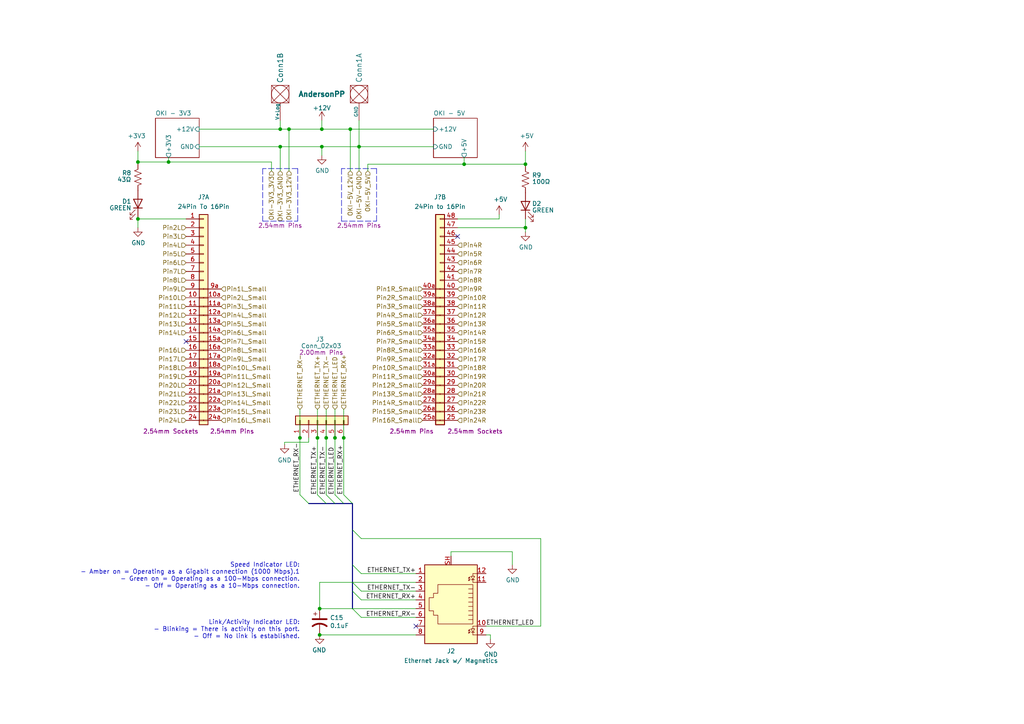
<source format=kicad_sch>
(kicad_sch (version 20211123) (generator eeschema)
  (paper "A4")
  (lib_symbols
    (symbol "Connector:8P8C_LED_Shielded" (pin_names (offset 1.016))
      (property "Reference" "J" (at -5.08 13.97 0))
      (property "Value" "8P8C_LED_Shielded" (at 1.27 13.97 0))
      (symbol "8P8C_LED_Shielded_0_1"
        (polyline (pts (xy -7.62 -7.62) (xy -6.35 -7.62)))
        (polyline (pts (xy -7.62 -5.08) (xy -6.35 -5.08)))
        (polyline (pts (xy -7.62 7.62) (xy -6.35 7.62)))
        (polyline (pts (xy -7.62 10.16) (xy -6.35 10.16)))
        (polyline (pts (xy -6.858 -5.842) (xy -5.842 -5.842)))
        (polyline (pts (xy -6.858 9.398) (xy -5.842 9.398)))
        (polyline (pts (xy -6.35 -7.62) (xy -6.35 -6.858)))
        (polyline (pts (xy -6.35 -5.08) (xy -6.35 -5.842)))
        (polyline (pts (xy -6.35 7.62) (xy -6.35 8.382)))
        (polyline (pts (xy -6.35 10.16) (xy -6.35 9.398)))
        (polyline (pts (xy -5.08 -6.223) (xy -5.207 -6.604)))
        (polyline (pts (xy -5.08 -5.588) (xy -5.207 -5.969)))
        (polyline (pts (xy -5.08 4.445) (xy -6.35 4.445)))
        (polyline (pts (xy -5.08 5.715) (xy -6.35 5.715)))
        (polyline (pts (xy -5.08 9.017) (xy -5.207 8.636)))
        (polyline (pts (xy -5.08 9.652) (xy -5.207 9.271)))
        (polyline (pts (xy -6.35 -3.175) (xy -5.08 -3.175) (xy -5.08 -3.175)))
        (polyline (pts (xy -6.35 -1.905) (xy -5.08 -1.905) (xy -5.08 -1.905)))
        (polyline (pts (xy -6.35 -0.635) (xy -5.08 -0.635) (xy -5.08 -0.635)))
        (polyline (pts (xy -6.35 0.635) (xy -5.08 0.635) (xy -5.08 0.635)))
        (polyline (pts (xy -6.35 1.905) (xy -5.08 1.905) (xy -5.08 1.905)))
        (polyline (pts (xy -5.588 -6.731) (xy -5.08 -6.223) (xy -5.461 -6.35)))
        (polyline (pts (xy -5.588 -6.096) (xy -5.08 -5.588) (xy -5.461 -5.715)))
        (polyline (pts (xy -5.588 8.509) (xy -5.08 9.017) (xy -5.461 8.89)))
        (polyline (pts (xy -5.588 9.144) (xy -5.08 9.652) (xy -5.461 9.525)))
        (polyline (pts (xy -5.08 3.175) (xy -6.35 3.175) (xy -6.35 3.175)))
        (polyline (pts (xy -6.35 -5.842) (xy -6.858 -6.858) (xy -5.842 -6.858) (xy -6.35 -5.842)))
        (polyline (pts (xy -6.35 9.398) (xy -6.858 8.382) (xy -5.842 8.382) (xy -6.35 9.398)))
        (polyline (pts (xy -6.35 -4.445) (xy -6.35 6.985) (xy 3.81 6.985) (xy 3.81 4.445) (xy 5.08 4.445) (xy 5.08 3.175) (xy 6.35 3.175) (xy 6.35 -0.635) (xy 5.08 -0.635) (xy 5.08 -1.905) (xy 3.81 -1.905) (xy 3.81 -4.445) (xy -6.35 -4.445) (xy -6.35 -4.445)))
        (rectangle (start 7.62 12.7) (end -7.62 -10.16) (stroke (width 0.254)) (fill (type background)))
      )
      (symbol "8P8C_LED_Shielded_1_1"
        (pin passive line (at 10.16 -7.62 180) (length 2.54) (name "~") (number "1"))
        (pin passive line (at -10.16 7.62 0) (length 2.54) (name "~") (number "10"))
        (pin passive line (at -10.16 -5.08 0) (length 2.54) (name "~") (number "11"))
        (pin passive line (at -10.16 -7.62 0) (length 2.54) (name "~") (number "12"))
        (pin passive line (at 10.16 -5.08 180) (length 2.54) (name "~") (number "2"))
        (pin passive line (at 10.16 -2.54 180) (length 2.54) (name "~") (number "3"))
        (pin passive line (at 10.16 0 180) (length 2.54) (name "~") (number "4"))
        (pin passive line (at 10.16 2.54 180) (length 2.54) (name "~") (number "5"))
        (pin passive line (at 10.16 5.08 180) (length 2.54) (name "~") (number "6"))
        (pin passive line (at 10.16 7.62 180) (length 2.54) (name "~") (number "7"))
        (pin passive line (at 10.16 10.16 180) (length 2.54) (name "~") (number "8"))
        (pin passive line (at -10.16 10.16 0) (length 2.54) (name "~") (number "9"))
        (pin passive line (at 0 -12.7 90) (length 2.54) (name "~") (number "SH"))
      )
    )
    (symbol "Connector_Generic:Conn_01x06" (pin_names (offset 1.016) hide)
      (property "Reference" "J" (at 0 7.62 0))
      (property "Value" "Conn_01x06" (at 0 -10.16 0))
      (symbol "Conn_01x06_1_1"
        (rectangle (start -1.27 -7.493) (end 0 -7.747) (stroke (width 0.1524)))
        (rectangle (start -1.27 -4.953) (end 0 -5.207) (stroke (width 0.1524)))
        (rectangle (start -1.27 -2.413) (end 0 -2.667) (stroke (width 0.1524)))
        (rectangle (start -1.27 0.127) (end 0 -0.127) (stroke (width 0.1524)))
        (rectangle (start -1.27 2.667) (end 0 2.413) (stroke (width 0.1524)))
        (rectangle (start -1.27 5.207) (end 0 4.953) (stroke (width 0.1524)))
        (rectangle (start -1.27 6.35) (end 1.27 -8.89) (stroke (width 0.254)) (fill (type background)))
        (pin passive line (at -5.08 5.08 0) (length 3.81) (name "Pin_1") (number "1"))
        (pin passive line (at -5.08 2.54 0) (length 3.81) (name "Pin_2") (number "2"))
        (pin passive line (at -5.08 0 0) (length 3.81) (name "Pin_3") (number "3"))
        (pin passive line (at -5.08 -2.54 0) (length 3.81) (name "Pin_4") (number "4"))
        (pin passive line (at -5.08 -5.08 0) (length 3.81) (name "Pin_5") (number "5"))
        (pin passive line (at -5.08 -7.62 0) (length 3.81) (name "Pin_6") (number "6"))
      )
    )
    (symbol "Device:C_Polarized_US" (pin_numbers hide) (pin_names (offset 0.254) hide)
      (property "Reference" "C" (at 0.635 2.54 0))
      (property "Value" "C_Polarized_US" (at 0.635 -2.54 0))
      (symbol "C_Polarized_US_0_1"
        (polyline (pts (xy -2.032 0.762) (xy 2.032 0.762)) (stroke (width 0.508)))
        (polyline (pts (xy -1.778 2.286) (xy -0.762 2.286)))
        (polyline (pts (xy -1.27 1.778) (xy -1.27 2.794)))
        (arc (start 2.032 -1.27) (mid 0 -0.5572) (end -2.032 -1.27) (stroke (width 0.508)))
      )
      (symbol "C_Polarized_US_1_1"
        (pin passive line (at 0 3.81 270) (length 2.794) (name "~") (number "1"))
        (pin passive line (at 0 -3.81 90) (length 3.302) (name "~") (number "2"))
      )
    )
    (symbol "Device:LED" (pin_numbers hide) (pin_names (offset 1.016) hide)
      (property "Reference" "D" (at 0 2.54 0))
      (property "Value" "LED" (at 0 -2.54 0))
      (symbol "LED_0_1"
        (polyline (pts (xy -1.27 -1.27) (xy -1.27 1.27)) (stroke (width 0.254)))
        (polyline (pts (xy -1.27 0) (xy 1.27 0)))
        (polyline (pts (xy 1.27 -1.27) (xy 1.27 1.27) (xy -1.27 0) (xy 1.27 -1.27)) (stroke (width 0.254)))
        (polyline (pts (xy -3.048 -0.762) (xy -4.572 -2.286) (xy -3.81 -2.286) (xy -4.572 -2.286) (xy -4.572 -1.524)))
        (polyline (pts (xy -1.778 -0.762) (xy -3.302 -2.286) (xy -2.54 -2.286) (xy -3.302 -2.286) (xy -3.302 -1.524)))
      )
      (symbol "LED_1_1"
        (pin passive line (at -3.81 0 0) (length 2.54) (name "K") (number "1"))
        (pin passive line (at 3.81 0 180) (length 2.54) (name "A") (number "2"))
      )
    )
    (symbol "Device:R_US" (pin_numbers hide) (pin_names (offset 0))
      (property "Reference" "R" (at 2.54 0 90))
      (property "Value" "R_US" (at -2.54 0 90))
      (symbol "R_US_0_1"
        (polyline (pts (xy 0 -2.286) (xy 0 -2.54)))
        (polyline (pts (xy 0 2.286) (xy 0 2.54)))
        (polyline (pts (xy 0 -0.762) (xy 1.016 -1.143) (xy 0 -1.524) (xy -1.016 -1.905) (xy 0 -2.286)))
        (polyline (pts (xy 0 0.762) (xy 1.016 0.381) (xy 0 0) (xy -1.016 -0.381) (xy 0 -0.762)))
        (polyline (pts (xy 0 2.286) (xy 1.016 1.905) (xy 0 1.524) (xy -1.016 1.143) (xy 0 0.762)))
      )
      (symbol "R_US_1_1"
        (pin passive line (at 0 3.81 270) (length 1.27) (name "~") (number "1"))
        (pin passive line (at 0 -3.81 90) (length 1.27) (name "~") (number "2"))
      )
    )
    (symbol "MRDT_Connectors:AndersonPP" (pin_numbers hide) (pin_names (offset 0))
      (property "Reference" "Conn" (at 3.81 -1.27 0))
      (property "Value" "AndersonPP" (at 2.54 6.35 0))
      (symbol "AndersonPP_0_1"
        (polyline (pts (xy 0 5.08) (xy 5.08 0)))
        (polyline (pts (xy 5.08 5.08) (xy 0 0)))
        (rectangle (start 0 0) (end 5.08 5.08))
        (circle (center 2.54 2.54) (radius 2.54))
      )
      (symbol "AndersonPP_1_1"
        (pin input line (at 10.16 2.54 180) (length 5.08) (name "GND") (number "1"))
      )
      (symbol "AndersonPP_2_1"
        (pin input line (at 10.16 2.54 180) (length 5.08) (name "V+Log") (number "2"))
      )
      (symbol "AndersonPP_3_1"
        (pin input line (at 10.16 2.54 180) (length 5.08) (name "V+Act") (number "3"))
      )
      (symbol "AndersonPP_4_1"
        (pin input line (at 10.16 2.54 180) (length 5.08) (name "PV+") (number "4"))
      )
      (symbol "AndersonPP_5_1"
        (pin input line (at 10.16 2.54 180) (length 5.08) (name "~") (number "1"))
      )
    )
    (symbol "Nav_Board:24Pin_To_16Pin_2.54mm_Separate_Pins_Alt"
      (property "Reference" "J" (at 0 8.89 0))
      (property "Value" "24Pin_To_16Pin_2.54mm_Separate_Pins_Alt" (at 0 5.715 0))
      (symbol "24Pin_To_16Pin_2.54mm_Separate_Pins_Alt_1_1"
        (rectangle (start -1.27 -59.563) (end 0 -59.817) (stroke (width 0.1524)))
        (rectangle (start -1.27 -57.023) (end 0 -57.277) (stroke (width 0.1524)))
        (rectangle (start -1.27 -54.483) (end 0 -54.737) (stroke (width 0.1524)))
        (rectangle (start -1.27 -51.943) (end 0 -52.197) (stroke (width 0.1524)))
        (rectangle (start -1.27 -49.403) (end 0 -49.657) (stroke (width 0.1524)))
        (rectangle (start -1.27 -46.863) (end 0 -47.117) (stroke (width 0.1524)))
        (rectangle (start -1.27 -44.323) (end 0 -44.577) (stroke (width 0.1524)))
        (rectangle (start -1.27 -41.783) (end 0 -42.037) (stroke (width 0.1524)))
        (rectangle (start -1.27 -39.243) (end 0 -39.497) (stroke (width 0.1524)))
        (rectangle (start -1.27 -36.703) (end 0 -36.957) (stroke (width 0.1524)))
        (rectangle (start -1.27 -34.163) (end 0 -34.417) (stroke (width 0.1524)))
        (rectangle (start -1.27 -31.623) (end 0 -31.877) (stroke (width 0.1524)))
        (rectangle (start -1.27 -29.083) (end 0 -29.337) (stroke (width 0.1524)))
        (rectangle (start -1.27 -26.543) (end 0 -26.797) (stroke (width 0.1524)))
        (rectangle (start -1.27 -24.003) (end 0 -24.257) (stroke (width 0.1524)))
        (rectangle (start -1.27 -21.463) (end 0 -21.717) (stroke (width 0.1524)))
        (rectangle (start -1.27 -18.923) (end 0 -19.177) (stroke (width 0.1524)))
        (rectangle (start -1.27 -16.383) (end 0 -16.637) (stroke (width 0.1524)))
        (rectangle (start -1.27 -13.843) (end 0 -14.097) (stroke (width 0.1524)))
        (rectangle (start -1.27 -11.303) (end 0 -11.557) (stroke (width 0.1524)))
        (rectangle (start -1.27 -8.763) (end 0 -9.017) (stroke (width 0.1524)))
        (rectangle (start -1.27 -6.223) (end 0 -6.477) (stroke (width 0.1524)))
        (rectangle (start -1.27 -3.683) (end 0 -3.937) (stroke (width 0.1524)))
        (rectangle (start -1.27 -1.143) (end 0 -1.397) (stroke (width 0.1524)))
        (rectangle (start -1.27 0) (end 1.27 -60.96) (stroke (width 0.254)) (fill (type background)))
        (rectangle (start 0 -59.817) (end 1.27 -59.563) (stroke (width 0.1524)))
        (rectangle (start 0 -57.277) (end 1.27 -57.023) (stroke (width 0.1524)))
        (rectangle (start 0 -54.737) (end 1.27 -54.483) (stroke (width 0.1524)))
        (rectangle (start 0 -52.197) (end 1.27 -51.943) (stroke (width 0.1524)))
        (rectangle (start 0 -49.657) (end 1.27 -49.403) (stroke (width 0.1524)))
        (rectangle (start 0 -47.117) (end 1.27 -46.863) (stroke (width 0.1524)))
        (rectangle (start 0 -44.577) (end 1.27 -44.323) (stroke (width 0.1524)))
        (rectangle (start 0 -42.037) (end 1.27 -41.783) (stroke (width 0.1524)))
        (rectangle (start 0 -39.497) (end 1.27 -39.243) (stroke (width 0.1524)))
        (rectangle (start 0 -36.957) (end 1.27 -36.703) (stroke (width 0.1524)))
        (rectangle (start 0 -34.417) (end 1.27 -34.163) (stroke (width 0.1524)))
        (rectangle (start 0 -31.877) (end 1.27 -31.623) (stroke (width 0.1524)))
        (rectangle (start 0 -29.337) (end 1.27 -29.083) (stroke (width 0.1524)))
        (rectangle (start 0 -26.797) (end 1.27 -26.543) (stroke (width 0.1524)))
        (rectangle (start 0 -24.257) (end 1.27 -24.003) (stroke (width 0.1524)))
        (rectangle (start 0 -21.717) (end 1.27 -21.463) (stroke (width 0.1524)))
        (pin passive line (at -5.08 -1.27 0) (length 3.81) (name "") (number "1"))
        (pin passive line (at -5.08 -24.13 0) (length 3.81) (name "") (number "10"))
        (pin passive line (at 5.08 -24.13 180) (length 3.81) (name "") (number "10a"))
        (pin passive line (at -5.08 -26.67 0) (length 3.81) (name "") (number "11"))
        (pin passive line (at 5.08 -26.67 180) (length 3.81) (name "") (number "11a"))
        (pin passive line (at -5.08 -29.21 0) (length 3.81) (name "") (number "12"))
        (pin passive line (at 5.08 -29.21 180) (length 3.81) (name "") (number "12a"))
        (pin passive line (at -5.08 -31.75 0) (length 3.81) (name "") (number "13"))
        (pin passive line (at 5.08 -31.75 180) (length 3.81) (name "") (number "13a"))
        (pin passive line (at -5.08 -34.29 0) (length 3.81) (name "") (number "14"))
        (pin passive line (at 5.08 -34.29 180) (length 3.81) (name "") (number "14a"))
        (pin passive line (at -5.08 -36.83 0) (length 3.81) (name "") (number "15"))
        (pin passive line (at 5.08 -36.83 180) (length 3.81) (name "") (number "15a"))
        (pin passive line (at -5.08 -39.37 0) (length 3.81) (name "") (number "16"))
        (pin passive line (at 5.08 -39.37 180) (length 3.81) (name "") (number "16a"))
        (pin passive line (at -5.08 -41.91 0) (length 3.81) (name "") (number "17"))
        (pin passive line (at 5.08 -41.91 180) (length 3.81) (name "") (number "17a"))
        (pin passive line (at -5.08 -44.45 0) (length 3.81) (name "") (number "18"))
        (pin passive line (at 5.08 -44.45 180) (length 3.81) (name "") (number "18a"))
        (pin passive line (at -5.08 -46.99 0) (length 3.81) (name "") (number "19"))
        (pin passive line (at 5.08 -46.99 180) (length 3.81) (name "") (number "19a"))
        (pin passive line (at -5.08 -3.81 0) (length 3.81) (name "") (number "2"))
        (pin passive line (at -5.08 -49.53 0) (length 3.81) (name "") (number "20"))
        (pin passive line (at 5.08 -49.53 180) (length 3.81) (name "") (number "20a"))
        (pin passive line (at -5.08 -52.07 0) (length 3.81) (name "") (number "21"))
        (pin passive line (at 5.08 -52.07 180) (length 3.81) (name "") (number "21a"))
        (pin passive line (at -5.08 -54.61 0) (length 3.81) (name "") (number "22"))
        (pin passive line (at 5.08 -54.61 180) (length 3.81) (name "") (number "22a"))
        (pin passive line (at -5.08 -57.15 0) (length 3.81) (name "") (number "23"))
        (pin passive line (at 5.08 -57.15 180) (length 3.81) (name "") (number "23a"))
        (pin passive line (at -5.08 -59.69 0) (length 3.81) (name "") (number "24"))
        (pin passive line (at 5.08 -59.69 180) (length 3.81) (name "") (number "24a"))
        (pin passive line (at -5.08 -6.35 0) (length 3.81) (name "") (number "3"))
        (pin passive line (at -5.08 -8.89 0) (length 3.81) (name "") (number "4"))
        (pin passive line (at -5.08 -11.43 0) (length 3.81) (name "") (number "5"))
        (pin passive line (at -5.08 -13.97 0) (length 3.81) (name "") (number "6"))
        (pin passive line (at -5.08 -16.51 0) (length 3.81) (name "") (number "7"))
        (pin passive line (at -5.08 -19.05 0) (length 3.81) (name "") (number "8"))
        (pin passive line (at -5.08 -21.59 0) (length 3.81) (name "") (number "9"))
        (pin passive line (at 5.08 -21.59 180) (length 3.81) (name "") (number "9a"))
      )
      (symbol "24Pin_To_16Pin_2.54mm_Separate_Pins_Alt_2_1"
        (rectangle (start -1.27 -60.96) (end 1.27 0) (stroke (width 0.254)) (fill (type background)))
        (rectangle (start -1.27 -59.563) (end 0 -59.817) (stroke (width 0.1524)))
        (rectangle (start -1.27 -57.023) (end 0 -57.277) (stroke (width 0.1524)))
        (rectangle (start -1.27 -54.483) (end 0 -54.737) (stroke (width 0.1524)))
        (rectangle (start -1.27 -51.943) (end 0 -52.197) (stroke (width 0.1524)))
        (rectangle (start -1.27 -49.403) (end 0 -49.657) (stroke (width 0.1524)))
        (rectangle (start -1.27 -46.863) (end 0 -47.117) (stroke (width 0.1524)))
        (rectangle (start -1.27 -44.323) (end 0 -44.577) (stroke (width 0.1524)))
        (rectangle (start -1.27 -41.783) (end 0 -42.037) (stroke (width 0.1524)))
        (rectangle (start -1.27 -39.243) (end 0 -39.497) (stroke (width 0.1524)))
        (rectangle (start -1.27 -36.703) (end 0 -36.957) (stroke (width 0.1524)))
        (rectangle (start -1.27 -34.163) (end 0 -34.417) (stroke (width 0.1524)))
        (rectangle (start -1.27 -31.623) (end 0 -31.877) (stroke (width 0.1524)))
        (rectangle (start -1.27 -29.083) (end 0 -29.337) (stroke (width 0.1524)))
        (rectangle (start -1.27 -26.543) (end 0 -26.797) (stroke (width 0.1524)))
        (rectangle (start -1.27 -24.003) (end 0 -24.257) (stroke (width 0.1524)))
        (rectangle (start -1.27 -21.463) (end 0 -21.717) (stroke (width 0.1524)))
        (rectangle (start -1.27 -18.923) (end 0 -19.177) (stroke (width 0.1524)))
        (rectangle (start -1.27 -16.383) (end 0 -16.637) (stroke (width 0.1524)))
        (rectangle (start -1.27 -13.843) (end 0 -14.097) (stroke (width 0.1524)))
        (rectangle (start -1.27 -11.303) (end 0 -11.557) (stroke (width 0.1524)))
        (rectangle (start -1.27 -8.763) (end 0 -9.017) (stroke (width 0.1524)))
        (rectangle (start -1.27 -6.223) (end 0 -6.477) (stroke (width 0.1524)))
        (rectangle (start -1.27 -3.683) (end 0 -3.937) (stroke (width 0.1524)))
        (rectangle (start -1.27 -1.143) (end 0 -1.397) (stroke (width 0.1524)))
        (rectangle (start -1.27 0) (end 1.27 -60.96) (stroke (width 0.254)) (fill (type background)))
        (rectangle (start 0 -59.817) (end 1.27 -59.563) (stroke (width 0.1524)))
        (rectangle (start 0 -57.277) (end 1.27 -57.023) (stroke (width 0.1524)))
        (rectangle (start 0 -54.737) (end 1.27 -54.483) (stroke (width 0.1524)))
        (rectangle (start 0 -52.197) (end 1.27 -51.943) (stroke (width 0.1524)))
        (rectangle (start 0 -49.657) (end 1.27 -49.403) (stroke (width 0.1524)))
        (rectangle (start 0 -47.117) (end 1.27 -46.863) (stroke (width 0.1524)))
        (rectangle (start 0 -44.577) (end 1.27 -44.323) (stroke (width 0.1524)))
        (rectangle (start 0 -42.037) (end 1.27 -41.783) (stroke (width 0.1524)))
        (rectangle (start 0 -39.497) (end 1.27 -39.243) (stroke (width 0.1524)))
        (rectangle (start 0 -36.957) (end 1.27 -36.703) (stroke (width 0.1524)))
        (rectangle (start 0 -34.417) (end 1.27 -34.163) (stroke (width 0.1524)))
        (rectangle (start 0 -31.877) (end 1.27 -31.623) (stroke (width 0.1524)))
        (rectangle (start 0 -29.337) (end 1.27 -29.083) (stroke (width 0.1524)))
        (rectangle (start 0 -26.797) (end 1.27 -26.543) (stroke (width 0.1524)))
        (rectangle (start 0 -24.257) (end 1.27 -24.003) (stroke (width 0.1524)))
        (rectangle (start 0 -21.717) (end 1.27 -21.463) (stroke (width 0.1524)))
        (pin passive line (at -5.08 -59.69 0) (length 3.81) (name "") (number "25"))
        (pin passive line (at 5.08 -59.69 180) (length 3.81) (name "") (number "25a"))
        (pin passive line (at -5.08 -57.15 0) (length 3.81) (name "") (number "26"))
        (pin passive line (at 5.08 -57.15 180) (length 3.81) (name "") (number "26a"))
        (pin passive line (at -5.08 -54.61 0) (length 3.81) (name "") (number "27"))
        (pin passive line (at 5.08 -54.61 180) (length 3.81) (name "") (number "27a"))
        (pin passive line (at -5.08 -52.07 0) (length 3.81) (name "") (number "28"))
        (pin passive line (at 5.08 -52.07 180) (length 3.81) (name "") (number "28a"))
        (pin passive line (at -5.08 -49.53 0) (length 3.81) (name "") (number "29"))
        (pin passive line (at 5.08 -49.53 180) (length 3.81) (name "") (number "29a"))
        (pin passive line (at -5.08 -46.99 0) (length 3.81) (name "") (number "30"))
        (pin passive line (at 5.08 -46.99 180) (length 3.81) (name "") (number "30a"))
        (pin passive line (at -5.08 -44.45 0) (length 3.81) (name "") (number "31"))
        (pin passive line (at 5.08 -44.45 180) (length 3.81) (name "") (number "31a"))
        (pin passive line (at -5.08 -41.91 0) (length 3.81) (name "") (number "32"))
        (pin passive line (at 5.08 -41.91 180) (length 3.81) (name "") (number "32a"))
        (pin passive line (at -5.08 -39.37 0) (length 3.81) (name "") (number "33"))
        (pin passive line (at 5.08 -39.37 180) (length 3.81) (name "") (number "33a"))
        (pin passive line (at -5.08 -36.83 0) (length 3.81) (name "") (number "34"))
        (pin passive line (at 5.08 -36.83 180) (length 3.81) (name "") (number "34a"))
        (pin passive line (at -5.08 -34.29 0) (length 3.81) (name "") (number "35"))
        (pin passive line (at 5.08 -34.29 180) (length 3.81) (name "") (number "35a"))
        (pin passive line (at -5.08 -31.75 0) (length 3.81) (name "") (number "36"))
        (pin passive line (at 5.08 -31.75 180) (length 3.81) (name "") (number "36a"))
        (pin passive line (at -5.08 -29.21 0) (length 3.81) (name "") (number "37"))
        (pin passive line (at 5.08 -29.21 180) (length 3.81) (name "") (number "37a"))
        (pin passive line (at -5.08 -26.67 0) (length 3.81) (name "") (number "38"))
        (pin passive line (at 5.08 -26.67 180) (length 3.81) (name "") (number "38a"))
        (pin passive line (at -5.08 -24.13 0) (length 3.81) (name "") (number "39"))
        (pin passive line (at 5.08 -24.13 180) (length 3.81) (name "") (number "39a"))
        (pin passive line (at -5.08 -21.59 0) (length 3.81) (name "") (number "40"))
        (pin passive line (at 5.08 -21.59 180) (length 3.81) (name "") (number "40a"))
        (pin passive line (at -5.08 -19.05 0) (length 3.81) (name "") (number "41"))
        (pin passive line (at -5.08 -16.51 0) (length 3.81) (name "") (number "42"))
        (pin passive line (at -5.08 -13.97 0) (length 3.81) (name "") (number "43"))
        (pin passive line (at -5.08 -11.43 0) (length 3.81) (name "") (number "44"))
        (pin passive line (at -5.08 -8.89 0) (length 3.81) (name "") (number "45"))
        (pin passive line (at -5.08 -6.35 0) (length 3.81) (name "") (number "46"))
        (pin passive line (at -5.08 -3.81 0) (length 3.81) (name "") (number "47"))
        (pin passive line (at -5.08 -1.27 0) (length 3.81) (name "") (number "48"))
      )
    )
    (symbol "power:+12V" (power) (pin_names (offset 0))
      (property "Value" "+12V" (at 0 3.556 0))
      (symbol "+12V_0_1"
        (polyline (pts (xy -0.762 1.27) (xy 0 2.54)))
        (polyline (pts (xy 0 0) (xy 0 2.54)))
        (polyline (pts (xy 0 2.54) (xy 0.762 1.27)))
      )
      (symbol "+12V_1_1"
        (pin power_in line (at 0 0 90) (length 0) hide (name "+12V") (number "1"))
      )
    )
    (symbol "power:+3V3" (power) (pin_names (offset 0))
      (property "Value" "+3V3" (at 0 3.556 0))
      (symbol "+3V3_0_1"
        (polyline (pts (xy -0.762 1.27) (xy 0 2.54)))
        (polyline (pts (xy 0 0) (xy 0 2.54)))
        (polyline (pts (xy 0 2.54) (xy 0.762 1.27)))
      )
      (symbol "+3V3_1_1"
        (pin power_in line (at 0 0 90) (length 0) hide (name "+3V3") (number "1"))
      )
    )
    (symbol "power:+5V" (power) (pin_names (offset 0))
      (property "Value" "+5V" (at 0 3.556 0))
      (symbol "+5V_0_1"
        (polyline (pts (xy -0.762 1.27) (xy 0 2.54)))
        (polyline (pts (xy 0 0) (xy 0 2.54)))
        (polyline (pts (xy 0 2.54) (xy 0.762 1.27)))
      )
      (symbol "+5V_1_1"
        (pin power_in line (at 0 0 90) (length 0) hide (name "+5V") (number "1"))
      )
    )
    (symbol "power:GND" (power) (pin_names (offset 0))
      (property "Value" "GND" (at 0 -3.81 0))
      (symbol "GND_0_1"
        (polyline (pts (xy 0 0) (xy 0 -1.27) (xy 1.27 -1.27) (xy 0 -2.54) (xy -1.27 -1.27) (xy 0 -1.27)))
      )
      (symbol "GND_1_1"
        (pin power_in line (at 0 0 270) (length 0) hide (name "GND") (number "1"))
      )
    )
  )
  (junction (at 93.345 42.545))
  (junction (at 81.28 42.545))
  (junction (at 81.28 37.465))
  (junction (at 92.71 176.53))
  (junction (at 152.4 47.625))
  (junction (at 99.695 127))
  (junction (at 152.4 66.04))
  (junction (at 104.14 42.545))
  (junction (at 86.995 127))
  (junction (at 134.62 47.625))
  (junction (at 92.075 127))
  (junction (at 92.71 184.15))
  (junction (at 40.005 46.99))
  (junction (at 93.345 37.465))
  (junction (at 94.615 127))
  (junction (at 48.895 46.99))
  (junction (at 97.155 127))
  (junction (at 40.005 63.5))
  (junction (at 101.6 37.465))
  (junction (at 83.82 37.465))
  (no_connect (at 53.975 99.06))
  (no_connect (at 132.715 68.58))
  (no_connect (at 120.65 181.61))
  (bus_entry (at 102.235 163.83) (size 2.54 2.54))
  (bus_entry (at 102.235 168.91) (size 2.54 2.54))
  (bus_entry (at 102.235 171.45) (size 2.54 2.54))
  (bus_entry (at 102.235 153.67) (size 2.54 2.54))
  (bus_entry (at 102.235 176.53) (size 2.54 2.54))
  (bus_entry (at 92.075 143.51) (size 2.54 2.54))
  (bus_entry (at 97.155 143.51) (size 2.54 2.54))
  (bus_entry (at 94.615 143.51) (size 2.54 2.54))
  (bus_entry (at 99.695 143.51) (size 2.54 2.54))
  (bus_entry (at 86.995 143.51) (size 2.54 2.54))
  (bus (pts (xy 102.235 168.91) (xy 102.235 171.45)))
  (wire (pts (xy 86.995 127) (xy 86.995 143.51)))
  (wire (pts (xy 152.4 66.04) (xy 152.4 67.31)))
  (wire (pts (xy 104.775 171.45) (xy 120.65 171.45)))
  (wire (pts (xy 156.845 156.21) (xy 156.845 181.61)))
  (wire (pts (xy 81.28 49.53) (xy 81.28 42.545)))
  (wire (pts (xy 106.68 47.625) (xy 134.62 47.625)))
  (wire (pts (xy 92.71 184.15) (xy 120.65 184.15)))
  (wire (pts (xy 104.775 179.07) (xy 120.65 179.07)))
  (wire (pts (xy 152.4 47.625) (xy 152.4 48.26)))
  (bus (pts (xy 102.235 163.83) (xy 102.235 168.91)))
  (wire (pts (xy 40.005 43.815) (xy 40.005 46.99)))
  (wire (pts (xy 40.005 62.865) (xy 40.005 63.5)))
  (bus (pts (xy 97.155 146.05) (xy 99.695 146.05)))
  (wire (pts (xy 104.775 156.21) (xy 156.845 156.21)))
  (wire (pts (xy 97.155 118.745) (xy 97.155 127)))
  (wire (pts (xy 104.775 166.37) (xy 120.65 166.37)))
  (wire (pts (xy 81.28 34.925) (xy 81.28 37.465)))
  (polyline (pts (xy 76.2 64.135) (xy 86.36 64.135)))
  (wire (pts (xy 156.845 181.61) (xy 140.97 181.61)))
  (bus (pts (xy 89.535 146.05) (xy 94.615 146.05)))
  (wire (pts (xy 97.155 127) (xy 97.155 143.51)))
  (wire (pts (xy 92.075 118.745) (xy 92.075 127)))
  (polyline (pts (xy 109.22 48.895) (xy 99.06 48.895)))
  (wire (pts (xy 148.59 160.02) (xy 130.81 160.02)))
  (wire (pts (xy 142.24 184.15) (xy 140.97 184.15)))
  (wire (pts (xy 106.68 49.53) (xy 106.68 47.625)))
  (bus (pts (xy 94.615 146.05) (xy 97.155 146.05)))
  (wire (pts (xy 101.6 37.465) (xy 125.73 37.465)))
  (wire (pts (xy 40.005 46.99) (xy 40.005 47.625)))
  (wire (pts (xy 132.715 66.04) (xy 152.4 66.04)))
  (wire (pts (xy 40.005 63.5) (xy 53.975 63.5)))
  (wire (pts (xy 40.005 63.5) (xy 40.005 66.04)))
  (wire (pts (xy 93.345 45.085) (xy 93.345 42.545)))
  (wire (pts (xy 104.775 173.99) (xy 120.65 173.99)))
  (wire (pts (xy 148.59 163.83) (xy 148.59 160.02)))
  (wire (pts (xy 89.535 128.27) (xy 82.55 128.27)))
  (wire (pts (xy 57.785 37.465) (xy 81.28 37.465)))
  (wire (pts (xy 152.4 63.5) (xy 152.4 66.04)))
  (wire (pts (xy 81.28 42.545) (xy 93.345 42.545)))
  (wire (pts (xy 78.74 49.53) (xy 78.74 46.99)))
  (wire (pts (xy 134.62 45.72) (xy 134.62 47.625)))
  (polyline (pts (xy 109.22 64.135) (xy 109.22 48.895)))
  (wire (pts (xy 89.535 127) (xy 89.535 128.27)))
  (bus (pts (xy 102.235 176.53) (xy 102.235 171.45)))
  (wire (pts (xy 92.075 127) (xy 92.075 143.51)))
  (wire (pts (xy 94.615 127) (xy 94.615 143.51)))
  (wire (pts (xy 102.235 168.91) (xy 120.65 168.91)))
  (wire (pts (xy 40.005 46.99) (xy 48.895 46.99)))
  (polyline (pts (xy 99.06 48.895) (xy 99.06 64.135)))
  (wire (pts (xy 104.14 34.925) (xy 104.14 42.545)))
  (wire (pts (xy 93.345 42.545) (xy 104.14 42.545)))
  (wire (pts (xy 104.14 42.545) (xy 104.14 49.53)))
  (wire (pts (xy 83.82 37.465) (xy 93.345 37.465)))
  (wire (pts (xy 152.4 43.815) (xy 152.4 47.625)))
  (wire (pts (xy 144.78 62.23) (xy 144.78 63.5)))
  (wire (pts (xy 99.695 127) (xy 99.695 143.51)))
  (wire (pts (xy 144.78 63.5) (xy 132.715 63.5)))
  (wire (pts (xy 92.71 168.91) (xy 102.235 168.91)))
  (wire (pts (xy 81.28 37.465) (xy 83.82 37.465)))
  (wire (pts (xy 83.82 37.465) (xy 83.82 49.53)))
  (bus (pts (xy 99.695 146.05) (xy 102.235 146.05)))
  (polyline (pts (xy 76.2 48.895) (xy 76.2 64.135)))
  (wire (pts (xy 99.695 118.745) (xy 99.695 127)))
  (wire (pts (xy 92.71 176.53) (xy 92.71 168.91)))
  (wire (pts (xy 142.24 185.42) (xy 142.24 184.15)))
  (wire (pts (xy 93.345 37.465) (xy 101.6 37.465)))
  (wire (pts (xy 130.81 160.02) (xy 130.81 161.29)))
  (wire (pts (xy 82.55 128.27) (xy 82.55 128.905)))
  (wire (pts (xy 125.73 42.545) (xy 104.14 42.545)))
  (polyline (pts (xy 86.36 48.895) (xy 76.2 48.895)))
  (bus (pts (xy 102.235 153.67) (xy 102.235 163.83)))
  (wire (pts (xy 102.235 176.53) (xy 120.65 176.53)))
  (wire (pts (xy 94.615 118.745) (xy 94.615 127)))
  (wire (pts (xy 101.6 37.465) (xy 101.6 49.53)))
  (wire (pts (xy 92.71 176.53) (xy 102.235 176.53)))
  (bus (pts (xy 102.235 146.05) (xy 102.235 153.67)))
  (wire (pts (xy 78.74 46.99) (xy 48.895 46.99)))
  (wire (pts (xy 86.995 118.745) (xy 86.995 127)))
  (wire (pts (xy 134.62 47.625) (xy 152.4 47.625)))
  (polyline (pts (xy 99.06 64.135) (xy 109.22 64.135)))
  (wire (pts (xy 81.28 42.545) (xy 57.785 42.545)))
  (polyline (pts (xy 86.36 64.135) (xy 86.36 48.895)))
  (wire (pts (xy 93.345 34.925) (xy 93.345 37.465)))
  (wire (pts (xy 48.895 45.72) (xy 48.895 46.99)))
  (text "Speed Indicator LED:\n- Amber on = Operating as a Gigabit connection (1000 Mbps).1\n- Green on = Operating as a 100-Mbps connection.\n- Off = Operating as a 10-Mbps connection." (at 86.995 170.815 0) (effects (font (size 1.27 1.27)) (justify right bottom)))
  (text "Link/Activity Indicator LED:\n- Blinking = There is activity on this port.\n- Off = No link is established." (at 86.995 185.42 0) (effects (font (size 1.27 1.27)) (justify right bottom)))
  (label "ETHERNET_RX-" (at 120.65 179.07 180))
  (label "ETHERNET_TX-" (at 120.65 171.45 180))
  (label "ETHERNET_LED" (at 97.155 143.51 90))
  (label "ETHERNET_TX-" (at 94.615 143.51 90))
  (label "ETHERNET_TX+" (at 120.65 166.37 180))
  (label "ETHERNET_TX+" (at 92.075 143.51 90))
  (label "ETHERNET_LED" (at 140.97 181.61 0))
  (label "ETHERNET_RX-" (at 86.995 142.875 90))
  (label "ETHERNET_RX+" (at 99.695 143.51 90))
  (label "ETHERNET_RX+" (at 120.65 173.99 180))
  (hierarchical_label "Pin9R_Small" (shape input) (at 122.555 104.14 180))
  (hierarchical_label "Pin8R_Small" (shape input) (at 122.555 101.6 180))
  (hierarchical_label "Pin5L" (shape input) (at 53.975 73.66 180))
  (hierarchical_label "Pin15L_Small" (shape input) (at 64.135 119.38 0))
  (hierarchical_label "Pin16L" (shape input) (at 53.975 101.6 180))
  (hierarchical_label "Pin24L" (shape input) (at 53.975 121.92 180))
  (hierarchical_label "Pin18L" (shape input) (at 53.975 106.68 180))
  (hierarchical_label "Pin8L_Small" (shape input) (at 64.135 101.6 0))
  (hierarchical_label "Pin6L" (shape input) (at 53.975 76.2 180))
  (hierarchical_label "Pin9L_Small" (shape input) (at 64.135 104.14 0))
  (hierarchical_label "Pin7L_Small" (shape input) (at 64.135 99.06 0))
  (hierarchical_label "Pin13R_Small" (shape input) (at 122.555 114.3 180))
  (hierarchical_label "Pin1L_Small" (shape input) (at 64.135 83.82 0))
  (hierarchical_label "Pin16R" (shape input) (at 132.715 101.6 0))
  (hierarchical_label "Pin9R" (shape input) (at 132.715 83.82 0))
  (hierarchical_label "Pin7R_Small" (shape input) (at 122.555 99.06 180))
  (hierarchical_label "Pin16L_Small" (shape input) (at 64.135 121.92 0))
  (hierarchical_label "Pin13L" (shape input) (at 53.975 93.98 180))
  (hierarchical_label "Pin13R" (shape input) (at 132.715 93.98 0))
  (hierarchical_label "ETHERNET_TX+" (shape input) (at 92.075 118.745 90))
  (hierarchical_label "OKI-3V3_12V" (shape input) (at 83.82 49.53 270))
  (hierarchical_label "OKI-5V_5V" (shape input) (at 106.68 49.53 270))
  (hierarchical_label "Pin19L" (shape input) (at 53.975 109.22 180))
  (hierarchical_label "ETHERNET_RX+" (shape input) (at 99.695 118.745 90))
  (hierarchical_label "Pin12R_Small" (shape input) (at 122.555 111.76 180))
  (hierarchical_label "Pin23L" (shape input) (at 53.975 119.38 180))
  (hierarchical_label "Pin10L_Small" (shape input) (at 64.135 106.68 0))
  (hierarchical_label "Pin5R" (shape input) (at 132.715 73.66 0))
  (hierarchical_label "Pin11L_Small" (shape input) (at 64.135 109.22 0))
  (hierarchical_label "Pin18R" (shape input) (at 132.715 106.68 0))
  (hierarchical_label "Pin10R_Small" (shape input) (at 122.555 106.68 180))
  (hierarchical_label "Pin6R" (shape input) (at 132.715 76.2 0))
  (hierarchical_label "Pin16R_Small" (shape input) (at 122.555 121.92 180))
  (hierarchical_label "Pin14R" (shape input) (at 132.715 96.52 0))
  (hierarchical_label "Pin4L_Small" (shape input) (at 64.135 91.44 0))
  (hierarchical_label "Pin23R" (shape input) (at 132.715 119.38 0))
  (hierarchical_label "Pin5L_Small" (shape input) (at 64.135 93.98 0))
  (hierarchical_label "Pin20R" (shape input) (at 132.715 111.76 0))
  (hierarchical_label "Pin3L_Small" (shape input) (at 64.135 88.9 0))
  (hierarchical_label "Pin11R_Small" (shape input) (at 122.555 109.22 180))
  (hierarchical_label "Pin9L" (shape input) (at 53.975 83.82 180))
  (hierarchical_label "Pin20L" (shape input) (at 53.975 111.76 180))
  (hierarchical_label "Pin12R" (shape input) (at 132.715 91.44 0))
  (hierarchical_label "Pin14R_Small" (shape input) (at 122.555 116.84 180))
  (hierarchical_label "OKI-3V3_3V3" (shape input) (at 78.74 49.53 270))
  (hierarchical_label "Pin7L" (shape input) (at 53.975 78.74 180))
  (hierarchical_label "Pin2L_Small" (shape input) (at 64.135 86.36 0))
  (hierarchical_label "Pin3R_Small" (shape input) (at 122.555 88.9 180))
  (hierarchical_label "Pin12L_Small" (shape input) (at 64.135 111.76 0))
  (hierarchical_label "OKI-3V3_GND" (shape input) (at 81.28 49.53 270))
  (hierarchical_label "Pin2R_Small" (shape input) (at 122.555 86.36 180))
  (hierarchical_label "Pin24R" (shape input) (at 132.715 121.92 0))
  (hierarchical_label "Pin4R_Small" (shape input) (at 122.555 91.44 180))
  (hierarchical_label "Pin13L_Small" (shape input) (at 64.135 114.3 0))
  (hierarchical_label "Pin1R_Small" (shape input) (at 122.555 83.82 180))
  (hierarchical_label "Pin11R" (shape input) (at 132.715 88.9 0))
  (hierarchical_label "ETHERNET_TX-" (shape input) (at 94.615 118.745 90))
  (hierarchical_label "Pin15R_Small" (shape input) (at 122.555 119.38 180))
  (hierarchical_label "Pin21R" (shape input) (at 132.715 114.3 0))
  (hierarchical_label "Pin14L_Small" (shape input) (at 64.135 116.84 0))
  (hierarchical_label "Pin3L" (shape input) (at 53.975 68.58 180))
  (hierarchical_label "Pin17L" (shape input) (at 53.975 104.14 180))
  (hierarchical_label "Pin17R" (shape input) (at 132.715 104.14 0))
  (hierarchical_label "Pin7R" (shape input) (at 132.715 78.74 0))
  (hierarchical_label "Pin8L" (shape input) (at 53.975 81.28 180))
  (hierarchical_label "Pin14L" (shape input) (at 53.975 96.52 180))
  (hierarchical_label "Pin2L" (shape input) (at 53.975 66.04 180))
  (hierarchical_label "Pin8R" (shape input) (at 132.715 81.28 0))
  (hierarchical_label "OKI-5V-GND" (shape input) (at 104.14 49.53 270))
  (hierarchical_label "Pin10R" (shape input) (at 132.715 86.36 0))
  (hierarchical_label "Pin22R" (shape input) (at 132.715 116.84 0))
  (hierarchical_label "Pin19R" (shape input) (at 132.715 109.22 0))
  (hierarchical_label "OKI-5V_12V" (shape input) (at 101.6 49.53 270))
  (hierarchical_label "Pin5R_Small" (shape input) (at 122.555 93.98 180))
  (hierarchical_label "Pin21L" (shape input) (at 53.975 114.3 180))
  (hierarchical_label "Pin12L" (shape input) (at 53.975 91.44 180))
  (hierarchical_label "ETHERNET_LED" (shape input) (at 97.155 118.745 90))
  (hierarchical_label "Pin6R_Small" (shape input) (at 122.555 96.52 180))
  (hierarchical_label "Pin4R" (shape input) (at 132.715 71.12 0))
  (hierarchical_label "Pin4L" (shape input) (at 53.975 71.12 180))
  (hierarchical_label "ETHERNET_RX-" (shape input) (at 86.995 118.745 90))
  (hierarchical_label "Pin22L" (shape input) (at 53.975 116.84 180))
  (hierarchical_label "Pin6L_Small" (shape input) (at 64.135 96.52 0))
  (hierarchical_label "Pin10L" (shape input) (at 53.975 86.36 180))
  (hierarchical_label "Pin15R" (shape input) (at 132.715 99.06 0))
  (hierarchical_label "Pin11L" (shape input) (at 53.975 88.9 180))
  (symbol (lib_id "power:+5V") (at 144.78 62.23 0) (unit 1)
    (property "Reference" "#PWR?" (effects hide))
    (property "Value" "+5V" (at 145.161 57.8358 0))
  )
  (symbol (lib_id "power:GND") (at 142.24 185.42 0) (unit 1)
    (property "Reference" "#PWR024" (effects hide))
    (property "Value" "GND" (at 142.367 189.8142 0))
  )
  (symbol (lib_id "Device:R_US") (at 152.4 52.07 0) (unit 1)
    (property "Reference" "R9" (at 154.305 50.8 0) (effects (justify left)))
    (property "Value" "100Ω" (at 154.305 52.705 0) (effects (justify left)))
    (property "Footprint" "Resistor_SMD:R_0603_1608Metric_Pad0.98x0.95mm_HandSolder" (effects hide))
  )
  (symbol (lib_id "power:+12V") (at 93.345 34.925 0) (unit 1)
    (property "Reference" "#PWR?" (effects hide))
    (property "Value" "+12V" (at 93.345 31.3205 0))
  )
  (symbol (lib_id "MRDT_Connectors:AndersonPP") (at 101.6 24.765 270) (unit 1)
    (property "Reference" "Conn1" (at 104.14 19.685 0) (effects (font (size 1.524 1.524))))
    (property "Value" "AndersonPP" (effects hide))
    (property "Footprint" "MRDT_Connectors:Anderson_2_Horizontal_Side_by_Side" (effects hide))
  )
  (symbol (lib_id "Device:R_US") (at 40.005 51.435 0) (mirror y) (unit 1)
    (property "Reference" "R8" (at 38.1 50.165 0) (effects (justify left)))
    (property "Value" "43Ω" (at 38.1 52.07 0) (effects (justify left)))
    (property "Footprint" "Resistor_SMD:R_0603_1608Metric_Pad0.98x0.95mm_HandSolder" (effects hide))
  )
  (symbol (lib_id "power:GND") (at 92.71 184.15 0) (mirror y) (unit 1)
    (property "Reference" "#PWR?" (effects hide))
    (property "Value" "GND" (at 92.583 188.5442 0))
  )
  (symbol (lib_id "Device:C_Polarized_US") (at 92.71 180.34 0) (unit 1)
    (property "Reference" "C15" (at 95.7072 179.1716 0) (effects (justify left)))
    (property "Value" "0.1uF" (at 95.7072 181.483 0) (effects (justify left)))
    (property "Footprint" "Capacitor_SMD:C_0603_1608Metric_Pad1.08x0.95mm_HandSolder" (effects hide))
  )
  (symbol (lib_id "power:GND") (at 93.345 45.085 0) (unit 1)
    (property "Reference" "#PWR?" (effects hide))
    (property "Value" "GND" (at 93.472 49.4792 0))
  )
  (symbol (lib_id "power:+5V") (at 152.4 43.815 0) (unit 1)
    (property "Reference" "#PWR027" (effects hide))
    (property "Value" "+5V" (at 152.781 39.4208 0))
  )
  (symbol (lib_id "Connector:8P8C_LED_Shielded") (at 130.81 173.99 180) (unit 1)
    (property "Reference" "J2" (at 130.81 188.8395 0))
    (property "Value" "Ethernet Jack w/ Magnetics" (at 130.81 191.6146 0))
    (property "Footprint" "Connector_RJ:RJ45_Cetus_J1B1211CCD_Horizontal" (effects hide))
    (property "Datasheet" "https://www.pjrc.com/store/j1b1211ccd.pdf" (effects hide))
    (property "Part Opt 1" "Link-PP LPJ4012AHNL" (effects hide))
    (property "Part Opt 2" "Cetus J1B1211CCD" (effects hide))
  )
  (symbol (lib_id "power:+3V3") (at 40.005 43.815 0) (mirror y) (unit 1)
    (property "Reference" "#PWR028" (effects hide))
    (property "Value" "+3V3" (at 39.624 39.4208 0))
  )
  (symbol (lib_id "power:GND") (at 152.4 67.31 0) (unit 1)
    (property "Reference" "#PWR?" (effects hide))
    (property "Value" "GND" (at 152.527 71.7042 0))
  )
  (symbol (lib_id "Nav_Board:24Pin_To_16Pin_2.54mm_Separate_Pins_Alt") (at 59.055 62.23 0) (unit 1)
    (property "Reference" "J?" (at 59.055 57.15 0))
    (property "Value" "24Pin To 16Pin" (at 59.055 59.9251 0))
    (property "Footprint" "Nav_Board:24Pin_To_16Pin_2.54mm_Separate_Pins" (effects hide))
    (property "24Pin Type" "2.54mm Sockets" (at 49.53 125.095 0))
    (property "16Pin Type" "2.54mm Pins" (at 67.31 125.095 0))
  )
  (symbol (lib_id "Connector_Generic:Conn_01x06") (at 92.075 121.92 90) (unit 1)
    (property "Reference" "J3" (at 93.98 98.425 90) (effects (justify left)))
    (property "Value" "Conn_02x03" (at 99.06 100.33 90) (effects (justify left)))
    (property "Footprint" "Connector_PinSocket_2.00mm:PinSocket_2x03_P2.00mm_Vertical" (effects hide))
    (property "Field4" " 2.00mm Pins" (at 92.71 102.235 90))
  )
  (symbol (lib_id "Device:LED") (at 40.005 59.055 270) (mirror x) (unit 1)
    (property "Reference" "D1" (at 38.1 58.42 90) (effects (justify right)))
    (property "Value" "GREEN" (at 38.1 60.325 90) (effects (justify right)))
    (property "Footprint" "LED_SMD:LED_0603_1608Metric_Pad1.05x0.95mm_HandSolder" (effects hide))
  )
  (symbol (lib_id "MRDT_Connectors:AndersonPP") (at 83.82 24.765 90) (mirror x) (unit 2)
    (property "Reference" "Conn1" (at 81.28 19.685 0) (effects (font (size 1.524 1.524))))
    (property "Value" "AndersonPP" (at 93.345 27.305 90) (effects (font (size 1.524 1.524) bold)))
    (property "Footprint" "MRDT_Connectors:Anderson_2_Horizontal_Side_by_Side" (effects hide))
  )
  (symbol (lib_id "power:GND") (at 148.59 163.83 0) (unit 1)
    (property "Reference" "#PWR?" (effects hide))
    (property "Value" "GND" (at 148.717 168.2242 0))
  )
  (symbol (lib_id "power:GND") (at 40.005 66.04 0) (unit 1)
    (property "Reference" "#PWR?" (effects hide))
    (property "Value" "GND" (at 40.132 70.4342 0))
  )
  (symbol (lib_id "Device:LED") (at 152.4 59.69 90) (unit 1)
    (property "Reference" "D2" (at 154.305 59.055 90) (effects (justify right)))
    (property "Value" "GREEN" (at 154.305 60.96 90) (effects (justify right)))
    (property "Footprint" "LED_SMD:LED_0603_1608Metric_Pad1.05x0.95mm_HandSolder" (effects hide))
  )
  (symbol (lib_id "power:GND") (at 82.55 128.905 0) (unit 1)
    (property "Reference" "#PWR025" (effects hide))
    (property "Value" "GND" (at 82.55 133.4675 0))
  )
  (symbol (lib_id "Nav_Board:24Pin_To_16Pin_2.54mm_Separate_Pins_Alt") (at 127.635 62.23 0) (mirror y) (unit 2)
    (property "Reference" "J?" (at 127.635 57.15 0))
    (property "Value" "24Pin to 16Pin" (at 127.635 59.9251 0))
    (property "Footprint" "Nav_Board:24Pin_To_16Pin_2.54mm_Separate_Pins" (effects hide))
    (property "24Pin Type" "2.54mm Sockets" (at 137.795 125.095 0))
    (property "16Pin Type" "2.54mm Pins" (at 119.38 125.095 0))
  )
  (sheet (at 125.73 34.29) (size 12.7 11.43) (stroke (width 0.1524))
    (property "Sheet name" "OKI - 5V" (at 125.73 33.5784 0) (effects (justify left bottom)))
    (property "Sheet file" "component_sheets\\OKI-5V.kicad_sch" (effects hide))
    (property "Pin Types" "2.54mm Pins" (at 104.14 65.405 0))
    (pin "+12V" input (at 125.73 37.465 180))
    (pin "+5V" output (at 134.62 45.72 270))
    (pin "GND" input (at 125.73 42.545 180))
  )
  (sheet (at 45.085 34.29) (size 12.7 11.43) (stroke (width 0.1524))
    (property "Sheet name" "OKI - 3V3" (at 45.085 33.5784 0) (effects (justify left bottom)))
    (property "Sheet file" "component_sheets\\OKI-3V3.kicad_sch" (effects hide))
    (property "Pin Type" "2.54mm Pins" (at 81.28 65.405 0))
    (pin "+3V3" output (at 48.895 45.72 270))
    (pin "+12V" input (at 57.785 37.465 0))
    (pin "GND" input (at 57.785 42.545 0))
  )
)
</source>
